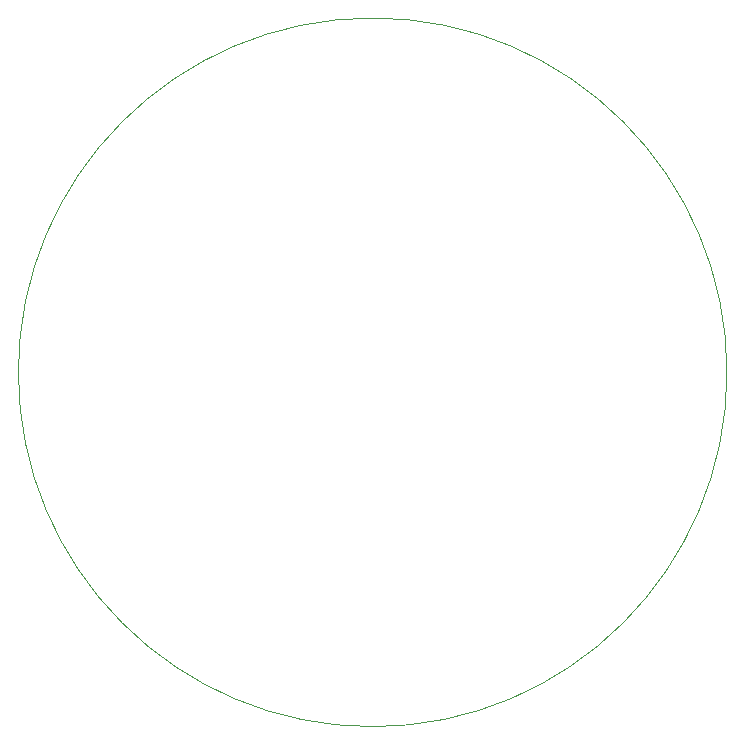
<source format=gbr>
%TF.GenerationSoftware,KiCad,Pcbnew,8.0.4*%
%TF.CreationDate,2024-07-31T01:51:00-07:00*%
%TF.ProjectId,digital,64696769-7461-46c2-9e6b-696361645f70,rev?*%
%TF.SameCoordinates,Original*%
%TF.FileFunction,Profile,NP*%
%FSLAX46Y46*%
G04 Gerber Fmt 4.6, Leading zero omitted, Abs format (unit mm)*
G04 Created by KiCad (PCBNEW 8.0.4) date 2024-07-31 01:51:00*
%MOMM*%
%LPD*%
G01*
G04 APERTURE LIST*
%TA.AperFunction,Profile*%
%ADD10C,0.100000*%
%TD*%
G04 APERTURE END LIST*
D10*
X174499940Y-105000000D02*
G75*
G02*
X114500060Y-105000000I-29999940J0D01*
G01*
X114500060Y-105000000D02*
G75*
G02*
X174499940Y-105000000I29999940J0D01*
G01*
M02*

</source>
